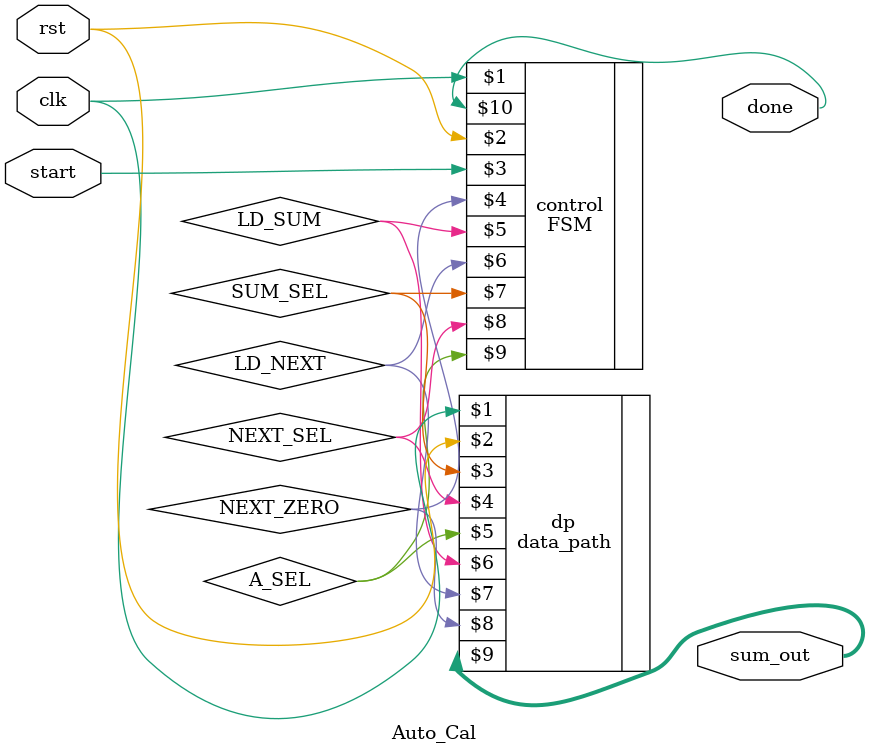
<source format=v>
`timescale 1ns / 1ps

module Auto_Cal#(parameter DATA_WIDTH = 8)(start,rst,clk,done,sum_out);
    input start;
    input rst;
    input clk;
    output wire done;
    output wire [DATA_WIDTH-1:0]sum_out;
    
    wire NEXT_ZERO,LD_SUM,LD_NEXT,SUM_SEL,NEXT_SEL,A_SEL;
    
    FSM control(clk,rst,start,NEXT_ZERO,LD_SUM,LD_NEXT,SUM_SEL,NEXT_SEL,A_SEL,done);
    data_path #(DATA_WIDTH)dp(clk,rst,SUM_SEL,NEXT_SEL,A_SEL,LD_SUM,LD_NEXT,NEXT_ZERO,sum_out);
    
endmodule


</source>
